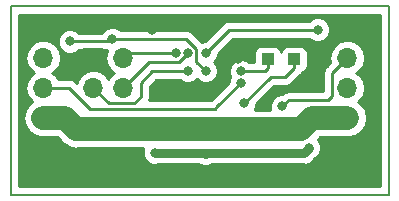
<source format=gbl>
G04 #@! TF.GenerationSoftware,KiCad,Pcbnew,(5.0.0-dirty)*
G04 #@! TF.CreationDate,2020-09-03T12:08:13+09:00*
G04 #@! TF.ProjectId,fake-fan-mk2,66616B652D66616E2D6D6B322E6B6963,rev?*
G04 #@! TF.SameCoordinates,Original*
G04 #@! TF.FileFunction,Copper,L2,Bot,Signal*
G04 #@! TF.FilePolarity,Positive*
%FSLAX46Y46*%
G04 Gerber Fmt 4.6, Leading zero omitted, Abs format (unit mm)*
G04 Created by KiCad (PCBNEW (5.0.0-dirty)) date 09/03/20 12:08:13*
%MOMM*%
%LPD*%
G01*
G04 APERTURE LIST*
G04 #@! TA.AperFunction,NonConductor*
%ADD10C,0.200000*%
G04 #@! TD*
G04 #@! TA.AperFunction,ComponentPad*
%ADD11O,1.700000X1.700000*%
G04 #@! TD*
G04 #@! TA.AperFunction,ComponentPad*
%ADD12R,1.700000X1.700000*%
G04 #@! TD*
G04 #@! TA.AperFunction,SMDPad,CuDef*
%ADD13R,1.000000X1.000000*%
G04 #@! TD*
G04 #@! TA.AperFunction,ViaPad*
%ADD14C,0.800000*%
G04 #@! TD*
G04 #@! TA.AperFunction,Conductor*
%ADD15C,0.250000*%
G04 #@! TD*
G04 #@! TA.AperFunction,Conductor*
%ADD16C,2.000000*%
G04 #@! TD*
G04 #@! TA.AperFunction,Conductor*
%ADD17C,0.750000*%
G04 #@! TD*
G04 #@! TA.AperFunction,Conductor*
%ADD18C,0.254000*%
G04 #@! TD*
G04 APERTURE END LIST*
D10*
X14000000Y-30000000D02*
X14000000Y-14000000D01*
X46000000Y-30000000D02*
X14000000Y-30000000D01*
X46000000Y-14000000D02*
X46000000Y-30000000D01*
X14000000Y-14000000D02*
X46000000Y-14000000D01*
D11*
G04 #@! TO.P,J1,4*
G04 #@! TO.N,/PWMIN*
X16750000Y-18380000D03*
G04 #@! TO.P,J1,3*
G04 #@! TO.N,/FAKE_PULSE*
X16750000Y-20920000D03*
G04 #@! TO.P,J1,2*
G04 #@! TO.N,+12V*
X16750000Y-23460000D03*
D12*
G04 #@! TO.P,J1,1*
G04 #@! TO.N,GND*
X16750000Y-26000000D03*
G04 #@! TD*
G04 #@! TO.P,J2,1*
G04 #@! TO.N,GND*
X42500000Y-26000000D03*
D11*
G04 #@! TO.P,J2,2*
G04 #@! TO.N,+12V*
X42500000Y-23460000D03*
G04 #@! TO.P,J2,3*
G04 #@! TO.N,/FAN_PULSE*
X42500000Y-20920000D03*
G04 #@! TO.P,J2,4*
G04 #@! TO.N,/FAN_PWM*
X42500000Y-18380000D03*
G04 #@! TD*
D12*
G04 #@! TO.P,J3,1*
G04 #@! TO.N,GND*
X21000000Y-18400000D03*
D11*
G04 #@! TO.P,J3,2*
G04 #@! TO.N,/SYS_CLK*
X23540000Y-18400000D03*
G04 #@! TO.P,J3,3*
G04 #@! TO.N,/NRST*
X21000000Y-20940000D03*
G04 #@! TO.P,J3,4*
G04 #@! TO.N,/SWDIO*
X23540000Y-20940000D03*
G04 #@! TD*
D13*
G04 #@! TO.P,TP1,1*
G04 #@! TO.N,/USART1_TX*
X35750000Y-18500000D03*
G04 #@! TD*
G04 #@! TO.P,TP2,1*
G04 #@! TO.N,/USART1_RX*
X38000000Y-18500000D03*
G04 #@! TD*
D14*
G04 #@! TO.N,GND*
X33250000Y-18500000D03*
X29000000Y-21500000D03*
X26000000Y-16000000D03*
X39750000Y-18500000D03*
G04 #@! TO.N,+3V3*
X39250000Y-26000000D03*
X26200000Y-26400000D03*
X30500000Y-26500000D03*
G04 #@! TO.N,/SYS_CLK*
X27987347Y-17987347D03*
G04 #@! TO.N,/SWDIO*
X29000000Y-18000000D03*
G04 #@! TO.N,/NRST*
X29000000Y-19500000D03*
G04 #@! TO.N,/PWMIN_3V*
X19000000Y-17000000D03*
X22600000Y-16800000D03*
X30500000Y-19500000D03*
G04 #@! TO.N,/FAKE_PULSE*
X33500000Y-20500000D03*
G04 #@! TO.N,/FAN_PULSE*
X30500000Y-18000000D03*
X40000000Y-16000000D03*
G04 #@! TO.N,/FAN_PWM*
X37000000Y-22500000D03*
G04 #@! TO.N,/USART1_TX*
X33500000Y-19500000D03*
G04 #@! TO.N,/USART1_RX*
X33750000Y-22250000D03*
G04 #@! TD*
D15*
G04 #@! TO.N,GND*
X26000000Y-16000000D02*
X26000000Y-15500000D01*
X26000000Y-15500000D02*
X26500000Y-15500000D01*
D16*
G04 #@! TO.N,+12V*
X41297919Y-23460000D02*
X42500000Y-23460000D01*
X39540000Y-23460000D02*
X41297919Y-23460000D01*
X38600000Y-24400000D02*
X39540000Y-23460000D01*
X19558235Y-24400000D02*
X38600000Y-24400000D01*
X18618235Y-23460000D02*
X19558235Y-24400000D01*
X16750000Y-23460000D02*
X18618235Y-23460000D01*
D17*
G04 #@! TO.N,+3V3*
X38850001Y-26399999D02*
X39250000Y-26000000D01*
X26200000Y-26400000D02*
X38850001Y-26399999D01*
X30500000Y-26500000D02*
X30250000Y-26450000D01*
D15*
G04 #@! TO.N,/SYS_CLK*
X23552653Y-17987347D02*
X23540000Y-18000000D01*
X27987347Y-17987347D02*
X23552653Y-17987347D01*
G04 #@! TO.N,/SWDIO*
X28600001Y-18399999D02*
X29000000Y-18000000D01*
X28225001Y-18774999D02*
X28600001Y-18399999D01*
X25705001Y-18774999D02*
X28225001Y-18774999D01*
X23540000Y-20940000D02*
X25705001Y-18774999D01*
G04 #@! TO.N,/NRST*
X29000000Y-19500000D02*
X26000000Y-19500000D01*
X26000000Y-19500000D02*
X25000000Y-20500000D01*
X21000000Y-20940000D02*
X22300000Y-22240000D01*
X22300000Y-22240000D02*
X24460000Y-22240000D01*
X25000000Y-21700000D02*
X25000000Y-20500000D01*
X24460000Y-22240000D02*
X25000000Y-21700000D01*
G04 #@! TO.N,/PWMIN_3V*
X19000000Y-17000000D02*
X22400000Y-17000000D01*
X22400000Y-17000000D02*
X22600000Y-16800000D01*
X30500000Y-19500000D02*
X29725001Y-18725001D01*
X23165685Y-16800000D02*
X22600000Y-16800000D01*
X28873002Y-16800000D02*
X23165685Y-16800000D01*
X29725001Y-17651999D02*
X28873002Y-16800000D01*
X29725001Y-18725001D02*
X29725001Y-17651999D01*
G04 #@! TO.N,/FAKE_PULSE*
X31500000Y-22500000D02*
X33500000Y-20500000D01*
X31309990Y-22690010D02*
X31500000Y-22500000D01*
X20690010Y-22690010D02*
X31309990Y-22690010D01*
X16750000Y-20920000D02*
X18920000Y-20920000D01*
X18920000Y-20920000D02*
X20690010Y-22690010D01*
G04 #@! TO.N,/FAN_PULSE*
X32500000Y-16000000D02*
X40000000Y-16000000D01*
X30500000Y-18000000D02*
X32500000Y-16000000D01*
G04 #@! TO.N,/FAN_PWM*
X41650001Y-19229999D02*
X42500000Y-18380000D01*
X41225001Y-19654999D02*
X41650001Y-19229999D01*
X41225001Y-21598001D02*
X41225001Y-19654999D01*
X40848001Y-21975001D02*
X41225001Y-21598001D01*
X37975001Y-21975001D02*
X40848001Y-21975001D01*
X37524999Y-21975001D02*
X40848001Y-21975001D01*
X37000000Y-22500000D02*
X37524999Y-21975001D01*
G04 #@! TO.N,/USART1_TX*
X35750000Y-19250000D02*
X35750000Y-18500000D01*
X35500000Y-19500000D02*
X35750000Y-19250000D01*
X33500000Y-19500000D02*
X35500000Y-19500000D01*
G04 #@! TO.N,/USART1_RX*
X38000000Y-19250000D02*
X38000000Y-18500000D01*
X37250000Y-20000000D02*
X38000000Y-19250000D01*
X36000000Y-20000000D02*
X37250000Y-20000000D01*
X33750000Y-22250000D02*
X36000000Y-20000000D01*
G04 #@! TD*
D18*
G04 #@! TO.N,GND*
G36*
X45265001Y-29265000D02*
X14735000Y-29265000D01*
X14735000Y-23460000D01*
X15082969Y-23460000D01*
X15209864Y-24097945D01*
X15571231Y-24638769D01*
X16112055Y-25000136D01*
X16588969Y-25095000D01*
X17940997Y-25095000D01*
X18288247Y-25442250D01*
X18379466Y-25578769D01*
X18701771Y-25794126D01*
X18920289Y-25940136D01*
X19558235Y-26067031D01*
X19719266Y-26035000D01*
X25230912Y-26035000D01*
X25165000Y-26194126D01*
X25165000Y-26605874D01*
X25322569Y-26986280D01*
X25613720Y-27277431D01*
X25994126Y-27435000D01*
X26405874Y-27435000D01*
X26466230Y-27410000D01*
X29928196Y-27409999D01*
X29954379Y-27420877D01*
X30078577Y-27445717D01*
X30294126Y-27535000D01*
X30705874Y-27535000D01*
X31007653Y-27409999D01*
X38750525Y-27409998D01*
X38850001Y-27429785D01*
X39244083Y-27351397D01*
X39493838Y-27184517D01*
X39493841Y-27184514D01*
X39578170Y-27128167D01*
X39634517Y-27043838D01*
X39775923Y-26902432D01*
X39836280Y-26877431D01*
X40127431Y-26586280D01*
X40285000Y-26205874D01*
X40285000Y-25794126D01*
X40127431Y-25413720D01*
X40012975Y-25299264D01*
X40217238Y-25095000D01*
X42661031Y-25095000D01*
X43137945Y-25000136D01*
X43678769Y-24638769D01*
X44040136Y-24097945D01*
X44167031Y-23460000D01*
X44040136Y-22822055D01*
X43678769Y-22281231D01*
X43407236Y-22099798D01*
X43570625Y-21990625D01*
X43898839Y-21499418D01*
X44014092Y-20920000D01*
X43898839Y-20340582D01*
X43570625Y-19849375D01*
X43272239Y-19650000D01*
X43570625Y-19450625D01*
X43898839Y-18959418D01*
X44014092Y-18380000D01*
X43898839Y-17800582D01*
X43570625Y-17309375D01*
X43079418Y-16981161D01*
X42646256Y-16895000D01*
X42353744Y-16895000D01*
X41920582Y-16981161D01*
X41429375Y-17309375D01*
X41101161Y-17800582D01*
X40985908Y-18380000D01*
X41058791Y-18746408D01*
X40740529Y-19064670D01*
X40677073Y-19107070D01*
X40634673Y-19170526D01*
X40634672Y-19170527D01*
X40509098Y-19358462D01*
X40450113Y-19654999D01*
X40465002Y-19729851D01*
X40465001Y-21215001D01*
X37599847Y-21215001D01*
X37524999Y-21200113D01*
X37450151Y-21215001D01*
X37450147Y-21215001D01*
X37276604Y-21249521D01*
X37228461Y-21259097D01*
X37165055Y-21301464D01*
X36977070Y-21427072D01*
X36951727Y-21465000D01*
X36794126Y-21465000D01*
X36413720Y-21622569D01*
X36122569Y-21913720D01*
X35965000Y-22294126D01*
X35965000Y-22705874D01*
X35989491Y-22765000D01*
X34656956Y-22765000D01*
X34785000Y-22455874D01*
X34785000Y-22289801D01*
X36314802Y-20760000D01*
X37175153Y-20760000D01*
X37250000Y-20774888D01*
X37324847Y-20760000D01*
X37324852Y-20760000D01*
X37546537Y-20715904D01*
X37797929Y-20547929D01*
X37840331Y-20484470D01*
X38484473Y-19840329D01*
X38547929Y-19797929D01*
X38671242Y-19613378D01*
X38747765Y-19598157D01*
X38957809Y-19457809D01*
X39098157Y-19247765D01*
X39147440Y-19000000D01*
X39147440Y-18000000D01*
X39098157Y-17752235D01*
X38957809Y-17542191D01*
X38747765Y-17401843D01*
X38500000Y-17352560D01*
X37500000Y-17352560D01*
X37252235Y-17401843D01*
X37042191Y-17542191D01*
X36901843Y-17752235D01*
X36875000Y-17887185D01*
X36848157Y-17752235D01*
X36707809Y-17542191D01*
X36497765Y-17401843D01*
X36250000Y-17352560D01*
X35250000Y-17352560D01*
X35002235Y-17401843D01*
X34792191Y-17542191D01*
X34651843Y-17752235D01*
X34602560Y-18000000D01*
X34602560Y-18740000D01*
X34203711Y-18740000D01*
X34086280Y-18622569D01*
X33705874Y-18465000D01*
X33294126Y-18465000D01*
X32913720Y-18622569D01*
X32622569Y-18913720D01*
X32465000Y-19294126D01*
X32465000Y-19705874D01*
X32586831Y-20000000D01*
X32465000Y-20294126D01*
X32465000Y-20460198D01*
X31015528Y-21909671D01*
X30995189Y-21930010D01*
X25729137Y-21930010D01*
X25760000Y-21774852D01*
X25760000Y-21774848D01*
X25774888Y-21700001D01*
X25760000Y-21625154D01*
X25760000Y-20814801D01*
X26314802Y-20260000D01*
X28296289Y-20260000D01*
X28413720Y-20377431D01*
X28794126Y-20535000D01*
X29205874Y-20535000D01*
X29586280Y-20377431D01*
X29750000Y-20213711D01*
X29913720Y-20377431D01*
X30294126Y-20535000D01*
X30705874Y-20535000D01*
X31086280Y-20377431D01*
X31377431Y-20086280D01*
X31535000Y-19705874D01*
X31535000Y-19294126D01*
X31377431Y-18913720D01*
X31213711Y-18750000D01*
X31377431Y-18586280D01*
X31535000Y-18205874D01*
X31535000Y-18039801D01*
X32814802Y-16760000D01*
X39296289Y-16760000D01*
X39413720Y-16877431D01*
X39794126Y-17035000D01*
X40205874Y-17035000D01*
X40586280Y-16877431D01*
X40877431Y-16586280D01*
X41035000Y-16205874D01*
X41035000Y-15794126D01*
X40877431Y-15413720D01*
X40586280Y-15122569D01*
X40205874Y-14965000D01*
X39794126Y-14965000D01*
X39413720Y-15122569D01*
X39296289Y-15240000D01*
X32574846Y-15240000D01*
X32499999Y-15225112D01*
X32425152Y-15240000D01*
X32425148Y-15240000D01*
X32203463Y-15284096D01*
X31952071Y-15452071D01*
X31909671Y-15515527D01*
X30460199Y-16965000D01*
X30294126Y-16965000D01*
X30165912Y-17018108D01*
X29463333Y-16315530D01*
X29420931Y-16252071D01*
X29169539Y-16084096D01*
X28947854Y-16040000D01*
X28947849Y-16040000D01*
X28873002Y-16025112D01*
X28798155Y-16040000D01*
X23303711Y-16040000D01*
X23186280Y-15922569D01*
X22805874Y-15765000D01*
X22394126Y-15765000D01*
X22013720Y-15922569D01*
X21722569Y-16213720D01*
X21711683Y-16240000D01*
X19703711Y-16240000D01*
X19586280Y-16122569D01*
X19205874Y-15965000D01*
X18794126Y-15965000D01*
X18413720Y-16122569D01*
X18122569Y-16413720D01*
X17965000Y-16794126D01*
X17965000Y-17205874D01*
X18122569Y-17586280D01*
X18413720Y-17877431D01*
X18794126Y-18035000D01*
X19205874Y-18035000D01*
X19586280Y-17877431D01*
X19703711Y-17760000D01*
X22181641Y-17760000D01*
X22141161Y-17820582D01*
X22025908Y-18400000D01*
X22141161Y-18979418D01*
X22469375Y-19470625D01*
X22767761Y-19670000D01*
X22469375Y-19869375D01*
X22270000Y-20167761D01*
X22070625Y-19869375D01*
X21579418Y-19541161D01*
X21146256Y-19455000D01*
X20853744Y-19455000D01*
X20420582Y-19541161D01*
X19929375Y-19869375D01*
X19601161Y-20360582D01*
X19573657Y-20498856D01*
X19510331Y-20435530D01*
X19467929Y-20372071D01*
X19216537Y-20204096D01*
X18994852Y-20160000D01*
X18994847Y-20160000D01*
X18920000Y-20145112D01*
X18845153Y-20160000D01*
X18028178Y-20160000D01*
X17820625Y-19849375D01*
X17522239Y-19650000D01*
X17820625Y-19450625D01*
X18148839Y-18959418D01*
X18264092Y-18380000D01*
X18148839Y-17800582D01*
X17820625Y-17309375D01*
X17329418Y-16981161D01*
X16896256Y-16895000D01*
X16603744Y-16895000D01*
X16170582Y-16981161D01*
X15679375Y-17309375D01*
X15351161Y-17800582D01*
X15235908Y-18380000D01*
X15351161Y-18959418D01*
X15679375Y-19450625D01*
X15977761Y-19650000D01*
X15679375Y-19849375D01*
X15351161Y-20340582D01*
X15235908Y-20920000D01*
X15351161Y-21499418D01*
X15679375Y-21990625D01*
X15842764Y-22099798D01*
X15571231Y-22281231D01*
X15209864Y-22822055D01*
X15082969Y-23460000D01*
X14735000Y-23460000D01*
X14735000Y-14735000D01*
X45265000Y-14735000D01*
X45265001Y-29265000D01*
X45265001Y-29265000D01*
G37*
X45265001Y-29265000D02*
X14735000Y-29265000D01*
X14735000Y-23460000D01*
X15082969Y-23460000D01*
X15209864Y-24097945D01*
X15571231Y-24638769D01*
X16112055Y-25000136D01*
X16588969Y-25095000D01*
X17940997Y-25095000D01*
X18288247Y-25442250D01*
X18379466Y-25578769D01*
X18701771Y-25794126D01*
X18920289Y-25940136D01*
X19558235Y-26067031D01*
X19719266Y-26035000D01*
X25230912Y-26035000D01*
X25165000Y-26194126D01*
X25165000Y-26605874D01*
X25322569Y-26986280D01*
X25613720Y-27277431D01*
X25994126Y-27435000D01*
X26405874Y-27435000D01*
X26466230Y-27410000D01*
X29928196Y-27409999D01*
X29954379Y-27420877D01*
X30078577Y-27445717D01*
X30294126Y-27535000D01*
X30705874Y-27535000D01*
X31007653Y-27409999D01*
X38750525Y-27409998D01*
X38850001Y-27429785D01*
X39244083Y-27351397D01*
X39493838Y-27184517D01*
X39493841Y-27184514D01*
X39578170Y-27128167D01*
X39634517Y-27043838D01*
X39775923Y-26902432D01*
X39836280Y-26877431D01*
X40127431Y-26586280D01*
X40285000Y-26205874D01*
X40285000Y-25794126D01*
X40127431Y-25413720D01*
X40012975Y-25299264D01*
X40217238Y-25095000D01*
X42661031Y-25095000D01*
X43137945Y-25000136D01*
X43678769Y-24638769D01*
X44040136Y-24097945D01*
X44167031Y-23460000D01*
X44040136Y-22822055D01*
X43678769Y-22281231D01*
X43407236Y-22099798D01*
X43570625Y-21990625D01*
X43898839Y-21499418D01*
X44014092Y-20920000D01*
X43898839Y-20340582D01*
X43570625Y-19849375D01*
X43272239Y-19650000D01*
X43570625Y-19450625D01*
X43898839Y-18959418D01*
X44014092Y-18380000D01*
X43898839Y-17800582D01*
X43570625Y-17309375D01*
X43079418Y-16981161D01*
X42646256Y-16895000D01*
X42353744Y-16895000D01*
X41920582Y-16981161D01*
X41429375Y-17309375D01*
X41101161Y-17800582D01*
X40985908Y-18380000D01*
X41058791Y-18746408D01*
X40740529Y-19064670D01*
X40677073Y-19107070D01*
X40634673Y-19170526D01*
X40634672Y-19170527D01*
X40509098Y-19358462D01*
X40450113Y-19654999D01*
X40465002Y-19729851D01*
X40465001Y-21215001D01*
X37599847Y-21215001D01*
X37524999Y-21200113D01*
X37450151Y-21215001D01*
X37450147Y-21215001D01*
X37276604Y-21249521D01*
X37228461Y-21259097D01*
X37165055Y-21301464D01*
X36977070Y-21427072D01*
X36951727Y-21465000D01*
X36794126Y-21465000D01*
X36413720Y-21622569D01*
X36122569Y-21913720D01*
X35965000Y-22294126D01*
X35965000Y-22705874D01*
X35989491Y-22765000D01*
X34656956Y-22765000D01*
X34785000Y-22455874D01*
X34785000Y-22289801D01*
X36314802Y-20760000D01*
X37175153Y-20760000D01*
X37250000Y-20774888D01*
X37324847Y-20760000D01*
X37324852Y-20760000D01*
X37546537Y-20715904D01*
X37797929Y-20547929D01*
X37840331Y-20484470D01*
X38484473Y-19840329D01*
X38547929Y-19797929D01*
X38671242Y-19613378D01*
X38747765Y-19598157D01*
X38957809Y-19457809D01*
X39098157Y-19247765D01*
X39147440Y-19000000D01*
X39147440Y-18000000D01*
X39098157Y-17752235D01*
X38957809Y-17542191D01*
X38747765Y-17401843D01*
X38500000Y-17352560D01*
X37500000Y-17352560D01*
X37252235Y-17401843D01*
X37042191Y-17542191D01*
X36901843Y-17752235D01*
X36875000Y-17887185D01*
X36848157Y-17752235D01*
X36707809Y-17542191D01*
X36497765Y-17401843D01*
X36250000Y-17352560D01*
X35250000Y-17352560D01*
X35002235Y-17401843D01*
X34792191Y-17542191D01*
X34651843Y-17752235D01*
X34602560Y-18000000D01*
X34602560Y-18740000D01*
X34203711Y-18740000D01*
X34086280Y-18622569D01*
X33705874Y-18465000D01*
X33294126Y-18465000D01*
X32913720Y-18622569D01*
X32622569Y-18913720D01*
X32465000Y-19294126D01*
X32465000Y-19705874D01*
X32586831Y-20000000D01*
X32465000Y-20294126D01*
X32465000Y-20460198D01*
X31015528Y-21909671D01*
X30995189Y-21930010D01*
X25729137Y-21930010D01*
X25760000Y-21774852D01*
X25760000Y-21774848D01*
X25774888Y-21700001D01*
X25760000Y-21625154D01*
X25760000Y-20814801D01*
X26314802Y-20260000D01*
X28296289Y-20260000D01*
X28413720Y-20377431D01*
X28794126Y-20535000D01*
X29205874Y-20535000D01*
X29586280Y-20377431D01*
X29750000Y-20213711D01*
X29913720Y-20377431D01*
X30294126Y-20535000D01*
X30705874Y-20535000D01*
X31086280Y-20377431D01*
X31377431Y-20086280D01*
X31535000Y-19705874D01*
X31535000Y-19294126D01*
X31377431Y-18913720D01*
X31213711Y-18750000D01*
X31377431Y-18586280D01*
X31535000Y-18205874D01*
X31535000Y-18039801D01*
X32814802Y-16760000D01*
X39296289Y-16760000D01*
X39413720Y-16877431D01*
X39794126Y-17035000D01*
X40205874Y-17035000D01*
X40586280Y-16877431D01*
X40877431Y-16586280D01*
X41035000Y-16205874D01*
X41035000Y-15794126D01*
X40877431Y-15413720D01*
X40586280Y-15122569D01*
X40205874Y-14965000D01*
X39794126Y-14965000D01*
X39413720Y-15122569D01*
X39296289Y-15240000D01*
X32574846Y-15240000D01*
X32499999Y-15225112D01*
X32425152Y-15240000D01*
X32425148Y-15240000D01*
X32203463Y-15284096D01*
X31952071Y-15452071D01*
X31909671Y-15515527D01*
X30460199Y-16965000D01*
X30294126Y-16965000D01*
X30165912Y-17018108D01*
X29463333Y-16315530D01*
X29420931Y-16252071D01*
X29169539Y-16084096D01*
X28947854Y-16040000D01*
X28947849Y-16040000D01*
X28873002Y-16025112D01*
X28798155Y-16040000D01*
X23303711Y-16040000D01*
X23186280Y-15922569D01*
X22805874Y-15765000D01*
X22394126Y-15765000D01*
X22013720Y-15922569D01*
X21722569Y-16213720D01*
X21711683Y-16240000D01*
X19703711Y-16240000D01*
X19586280Y-16122569D01*
X19205874Y-15965000D01*
X18794126Y-15965000D01*
X18413720Y-16122569D01*
X18122569Y-16413720D01*
X17965000Y-16794126D01*
X17965000Y-17205874D01*
X18122569Y-17586280D01*
X18413720Y-17877431D01*
X18794126Y-18035000D01*
X19205874Y-18035000D01*
X19586280Y-17877431D01*
X19703711Y-17760000D01*
X22181641Y-17760000D01*
X22141161Y-17820582D01*
X22025908Y-18400000D01*
X22141161Y-18979418D01*
X22469375Y-19470625D01*
X22767761Y-19670000D01*
X22469375Y-19869375D01*
X22270000Y-20167761D01*
X22070625Y-19869375D01*
X21579418Y-19541161D01*
X21146256Y-19455000D01*
X20853744Y-19455000D01*
X20420582Y-19541161D01*
X19929375Y-19869375D01*
X19601161Y-20360582D01*
X19573657Y-20498856D01*
X19510331Y-20435530D01*
X19467929Y-20372071D01*
X19216537Y-20204096D01*
X18994852Y-20160000D01*
X18994847Y-20160000D01*
X18920000Y-20145112D01*
X18845153Y-20160000D01*
X18028178Y-20160000D01*
X17820625Y-19849375D01*
X17522239Y-19650000D01*
X17820625Y-19450625D01*
X18148839Y-18959418D01*
X18264092Y-18380000D01*
X18148839Y-17800582D01*
X17820625Y-17309375D01*
X17329418Y-16981161D01*
X16896256Y-16895000D01*
X16603744Y-16895000D01*
X16170582Y-16981161D01*
X15679375Y-17309375D01*
X15351161Y-17800582D01*
X15235908Y-18380000D01*
X15351161Y-18959418D01*
X15679375Y-19450625D01*
X15977761Y-19650000D01*
X15679375Y-19849375D01*
X15351161Y-20340582D01*
X15235908Y-20920000D01*
X15351161Y-21499418D01*
X15679375Y-21990625D01*
X15842764Y-22099798D01*
X15571231Y-22281231D01*
X15209864Y-22822055D01*
X15082969Y-23460000D01*
X14735000Y-23460000D01*
X14735000Y-14735000D01*
X45265000Y-14735000D01*
X45265001Y-29265000D01*
G04 #@! TD*
M02*

</source>
